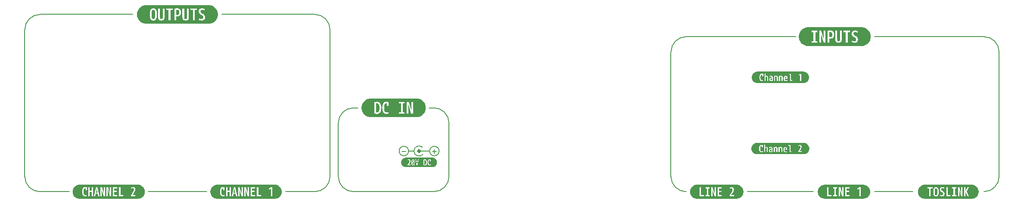
<source format=gbr>
%TF.GenerationSoftware,KiCad,Pcbnew,7.0.5-0*%
%TF.CreationDate,2024-02-04T17:42:31+01:00*%
%TF.ProjectId,Frontpanel,46726f6e-7470-4616-9e65-6c2e6b696361,rev?*%
%TF.SameCoordinates,Original*%
%TF.FileFunction,Legend,Top*%
%TF.FilePolarity,Positive*%
%FSLAX46Y46*%
G04 Gerber Fmt 4.6, Leading zero omitted, Abs format (unit mm)*
G04 Created by KiCad (PCBNEW 7.0.5-0) date 2024-02-04 17:42:31*
%MOMM*%
%LPD*%
G01*
G04 APERTURE LIST*
%ADD10C,0.150000*%
%ADD11C,0.500000*%
%ADD12C,2.325000*%
%ADD13C,10.200000*%
%ADD14C,4.500000*%
%ADD15C,4.100000*%
%ADD16C,24.600000*%
%ADD17C,5.600000*%
G04 APERTURE END LIST*
D10*
X189500000Y-109000000D02*
X202500000Y-109000000D01*
X130878700Y-95500000D02*
G75*
G03*
X127878680Y-92500000I-3000000J0D01*
G01*
X112121320Y-92500000D02*
X113000000Y-92500000D01*
X199000000Y-78500000D02*
X177500000Y-78500000D01*
X47500000Y-106000000D02*
G75*
G03*
X50500000Y-109000000I3000000J0D01*
G01*
X104500000Y-74121320D02*
X86250000Y-74121320D01*
X104625000Y-109000000D02*
X98750000Y-109000000D01*
X127878680Y-92500000D02*
X127000000Y-92500000D01*
X236000000Y-109000000D02*
G75*
G03*
X239000000Y-106000000I0J3000000D01*
G01*
X107500000Y-77121320D02*
X107499999Y-106000000D01*
X109121300Y-106000000D02*
G75*
G03*
X112121320Y-109000000I3000000J0D01*
G01*
X127878680Y-109000000D02*
X112121320Y-109000000D01*
X239000000Y-81500000D02*
G75*
G03*
X236000000Y-78500000I-3000000J0D01*
G01*
X56250000Y-109000000D02*
X50500000Y-109000000D01*
X130878680Y-95500000D02*
X130878679Y-106000000D01*
X104500000Y-108999999D02*
G75*
G03*
X107499999Y-106000000I0J2999999D01*
G01*
X83250000Y-109000000D02*
X71750000Y-109000000D01*
X68750000Y-74121320D02*
X50500000Y-74121320D01*
X177500000Y-78500000D02*
G75*
G03*
X174500000Y-81500000I0J-3000000D01*
G01*
X109121320Y-95500000D02*
X109121320Y-106000000D01*
X214500000Y-109000000D02*
X222000000Y-109000000D01*
X50500000Y-74121300D02*
G75*
G03*
X47500000Y-77121320I0J-3000000D01*
G01*
X112121320Y-92500020D02*
G75*
G03*
X109121320Y-95500000I-20J-2999980D01*
G01*
X47500000Y-77121320D02*
X47500000Y-106000000D01*
X239000000Y-81500000D02*
X239000000Y-106000000D01*
X107499980Y-77121320D02*
G75*
G03*
X104500000Y-74121320I-2999980J20D01*
G01*
X174500000Y-106000000D02*
G75*
G03*
X177500000Y-109000000I3000000J0D01*
G01*
X127878680Y-108999979D02*
G75*
G03*
X130878679Y-106000000I20J2999979D01*
G01*
X174500000Y-106000000D02*
X174500000Y-81500000D01*
X236000000Y-78500000D02*
X214500000Y-78500000D01*
X121619048Y-101073866D02*
X122380953Y-101073866D01*
X127619048Y-101073866D02*
X128380953Y-101073866D01*
X128000000Y-101454819D02*
X128000000Y-100692914D01*
%TO.C,J2*%
X90666666Y-80204819D02*
X90666666Y-80919104D01*
X90666666Y-80919104D02*
X90619047Y-81061961D01*
X90619047Y-81061961D02*
X90523809Y-81157200D01*
X90523809Y-81157200D02*
X90380952Y-81204819D01*
X90380952Y-81204819D02*
X90285714Y-81204819D01*
X91095238Y-80300057D02*
X91142857Y-80252438D01*
X91142857Y-80252438D02*
X91238095Y-80204819D01*
X91238095Y-80204819D02*
X91476190Y-80204819D01*
X91476190Y-80204819D02*
X91571428Y-80252438D01*
X91571428Y-80252438D02*
X91619047Y-80300057D01*
X91619047Y-80300057D02*
X91666666Y-80395295D01*
X91666666Y-80395295D02*
X91666666Y-80490533D01*
X91666666Y-80490533D02*
X91619047Y-80633390D01*
X91619047Y-80633390D02*
X91047619Y-81204819D01*
X91047619Y-81204819D02*
X91666666Y-81204819D01*
%TO.C,J1*%
X63666666Y-80204819D02*
X63666666Y-80919104D01*
X63666666Y-80919104D02*
X63619047Y-81061961D01*
X63619047Y-81061961D02*
X63523809Y-81157200D01*
X63523809Y-81157200D02*
X63380952Y-81204819D01*
X63380952Y-81204819D02*
X63285714Y-81204819D01*
X64666666Y-81204819D02*
X64095238Y-81204819D01*
X64380952Y-81204819D02*
X64380952Y-80204819D01*
X64380952Y-80204819D02*
X64285714Y-80347676D01*
X64285714Y-80347676D02*
X64190476Y-80442914D01*
X64190476Y-80442914D02*
X64095238Y-80490533D01*
%TO.C,kibuzzard-65BE32BC*%
G36*
X212420799Y-107641324D02*
G01*
X212553328Y-107660983D01*
X212683292Y-107693537D01*
X212809440Y-107738673D01*
X212930556Y-107795957D01*
X213045473Y-107864836D01*
X213153087Y-107944647D01*
X213252359Y-108034622D01*
X213342334Y-108133895D01*
X213422145Y-108241508D01*
X213491024Y-108356426D01*
X213548308Y-108477541D01*
X213593444Y-108603689D01*
X213625998Y-108733653D01*
X213645657Y-108866182D01*
X213652231Y-109000000D01*
X213645657Y-109133818D01*
X213625998Y-109266347D01*
X213593444Y-109396311D01*
X213548308Y-109522459D01*
X213491024Y-109643574D01*
X213422145Y-109758492D01*
X213342334Y-109866105D01*
X213252359Y-109965378D01*
X213153087Y-110055353D01*
X213045473Y-110135164D01*
X212930556Y-110204043D01*
X212809440Y-110261327D01*
X212683292Y-110306463D01*
X212553328Y-110339017D01*
X212420799Y-110358676D01*
X212286981Y-110365250D01*
X211790887Y-110365250D01*
X211524187Y-110365250D01*
X209571562Y-110365250D01*
X207507019Y-110365250D01*
X207173644Y-110365250D01*
X206030644Y-110365250D01*
X205209112Y-110365250D01*
X204713019Y-110365250D01*
X204579201Y-110358676D01*
X204446672Y-110339017D01*
X204316708Y-110306463D01*
X204190560Y-110261327D01*
X204069444Y-110204043D01*
X203954526Y-110135164D01*
X203846913Y-110055353D01*
X203747641Y-109965378D01*
X203657666Y-109866105D01*
X203577855Y-109758492D01*
X203508976Y-109643574D01*
X203451692Y-109522459D01*
X203406556Y-109396311D01*
X203374002Y-109266347D01*
X203354343Y-109133818D01*
X203347769Y-109000000D01*
X203354343Y-108866182D01*
X203374002Y-108733653D01*
X203406556Y-108603689D01*
X203451692Y-108477541D01*
X203508976Y-108356426D01*
X203577855Y-108241508D01*
X203657666Y-108133895D01*
X203660431Y-108130844D01*
X205209112Y-108130844D01*
X205209112Y-109869156D01*
X206030644Y-109869156D01*
X206030644Y-109661987D01*
X205475812Y-109661987D01*
X205475812Y-108130844D01*
X206364019Y-108130844D01*
X206364019Y-108338012D01*
X206630719Y-108338012D01*
X206630719Y-109661987D01*
X206364019Y-109661987D01*
X206364019Y-109869156D01*
X207173644Y-109869156D01*
X207173644Y-109661987D01*
X206906944Y-109661987D01*
X206906944Y-108338012D01*
X207173644Y-108338012D01*
X207173644Y-108130844D01*
X207507019Y-108130844D01*
X207507019Y-109869156D01*
X207768956Y-109869156D01*
X207768956Y-108607094D01*
X207773719Y-108607094D01*
X208145194Y-109869156D01*
X208411894Y-109869156D01*
X208411894Y-108130844D01*
X208738125Y-108130844D01*
X208738125Y-109869156D01*
X209571562Y-109869156D01*
X209571562Y-109661987D01*
X209004825Y-109661987D01*
X209004825Y-109035719D01*
X209547750Y-109035719D01*
X209547750Y-108833313D01*
X209004825Y-108833313D01*
X209004825Y-108607094D01*
X211109850Y-108607094D01*
X211519425Y-108378494D01*
X211524187Y-108380875D01*
X211524187Y-109869156D01*
X211790887Y-109869156D01*
X211790887Y-108130844D01*
X211526569Y-108130844D01*
X211109850Y-108373731D01*
X211109850Y-108607094D01*
X209004825Y-108607094D01*
X209004825Y-108338012D01*
X209571562Y-108338012D01*
X209571562Y-108130844D01*
X208738125Y-108130844D01*
X208411894Y-108130844D01*
X208161862Y-108130844D01*
X208161862Y-109392906D01*
X208154719Y-109392906D01*
X207783244Y-108130844D01*
X207507019Y-108130844D01*
X207173644Y-108130844D01*
X206364019Y-108130844D01*
X205475812Y-108130844D01*
X205209112Y-108130844D01*
X203660431Y-108130844D01*
X203747641Y-108034622D01*
X203846913Y-107944647D01*
X203954526Y-107864836D01*
X204069444Y-107795957D01*
X204190560Y-107738673D01*
X204316708Y-107693537D01*
X204446672Y-107660983D01*
X204579201Y-107641324D01*
X204713019Y-107634750D01*
X205209112Y-107634750D01*
X211790887Y-107634750D01*
X212286981Y-107634750D01*
X212420799Y-107641324D01*
G37*
%TO.C,kibuzzard-65BE4740*%
G36*
X116927394Y-91634812D02*
G01*
X117079000Y-91782450D01*
X117144264Y-91946139D01*
X117183422Y-92174739D01*
X117196475Y-92468250D01*
X117183599Y-92792453D01*
X117144969Y-93041161D01*
X117080587Y-93214375D01*
X116929378Y-93366775D01*
X116707525Y-93417575D01*
X116564650Y-93389000D01*
X116564650Y-91614175D01*
X116707525Y-91585600D01*
X116927394Y-91634812D01*
G37*
G36*
X124633944Y-90656835D02*
G01*
X124813732Y-90683504D01*
X124990040Y-90727667D01*
X125161170Y-90788898D01*
X125325474Y-90866608D01*
X125481371Y-90960049D01*
X125627358Y-91068320D01*
X125762029Y-91190379D01*
X125884088Y-91325051D01*
X125992359Y-91471038D01*
X126085800Y-91626934D01*
X126163510Y-91791238D01*
X126224742Y-91962369D01*
X126268904Y-92138676D01*
X126295573Y-92318464D01*
X126304492Y-92500000D01*
X126295573Y-92681536D01*
X126268904Y-92861324D01*
X126224742Y-93037631D01*
X126163510Y-93208762D01*
X126085800Y-93373066D01*
X125992359Y-93528962D01*
X125884088Y-93674949D01*
X125762029Y-93809621D01*
X125627358Y-93931680D01*
X125481371Y-94039951D01*
X125325474Y-94133392D01*
X125161170Y-94211102D01*
X124990040Y-94272333D01*
X124813732Y-94316496D01*
X124633944Y-94343165D01*
X124452408Y-94352083D01*
X123790950Y-94352083D01*
X122584450Y-94352083D01*
X122139950Y-94352083D01*
X118577600Y-94352083D01*
X116707525Y-94352083D01*
X116209050Y-94352083D01*
X115547592Y-94352083D01*
X115366056Y-94343165D01*
X115186268Y-94316496D01*
X115009960Y-94272333D01*
X114838830Y-94211102D01*
X114674526Y-94133392D01*
X114518629Y-94039951D01*
X114372642Y-93931680D01*
X114237971Y-93809621D01*
X114115912Y-93674949D01*
X114080443Y-93627125D01*
X116209050Y-93627125D01*
X116447969Y-93674750D01*
X116707525Y-93690625D01*
X116971050Y-93663241D01*
X117177425Y-93581087D01*
X117334191Y-93431466D01*
X117448887Y-93201675D01*
X117500922Y-93000239D01*
X117532143Y-92755764D01*
X117542550Y-92468250D01*
X117774325Y-92468250D01*
X117786876Y-92754744D01*
X117824530Y-93003039D01*
X117887286Y-93213135D01*
X117975144Y-93385031D01*
X118088104Y-93518729D01*
X118226167Y-93614227D01*
X118389332Y-93671525D01*
X118577600Y-93690625D01*
X118789531Y-93670781D01*
X118980825Y-93611250D01*
X118980825Y-93319150D01*
X118799850Y-93392969D01*
X118631575Y-93417575D01*
X118476353Y-93391205D01*
X118349353Y-93312094D01*
X118250575Y-93180244D01*
X118180019Y-92995653D01*
X118137686Y-92758322D01*
X118123575Y-92468250D01*
X118136363Y-92199522D01*
X118174728Y-91979653D01*
X118238669Y-91808644D01*
X118328186Y-91686494D01*
X118443280Y-91613205D01*
X118583950Y-91588775D01*
X118656975Y-91601475D01*
X118656975Y-92096775D01*
X118996700Y-92096775D01*
X118996700Y-91379225D01*
X118849497Y-91341125D01*
X121060450Y-91341125D01*
X121060450Y-91617350D01*
X121416050Y-91617350D01*
X121416050Y-93382650D01*
X121060450Y-93382650D01*
X121060450Y-93658875D01*
X122139950Y-93658875D01*
X122139950Y-93382650D01*
X121784350Y-93382650D01*
X121784350Y-91617350D01*
X122139950Y-91617350D01*
X122139950Y-91341125D01*
X122584450Y-91341125D01*
X122584450Y-93658875D01*
X122933700Y-93658875D01*
X122933700Y-91976125D01*
X122940050Y-91976125D01*
X123435350Y-93658875D01*
X123790950Y-93658875D01*
X123790950Y-91341125D01*
X123457575Y-91341125D01*
X123457575Y-93023875D01*
X123448050Y-93023875D01*
X122952750Y-91341125D01*
X122584450Y-91341125D01*
X122139950Y-91341125D01*
X121060450Y-91341125D01*
X118849497Y-91341125D01*
X118794294Y-91326837D01*
X118568075Y-91309375D01*
X118382040Y-91327482D01*
X118220809Y-91381805D01*
X118084384Y-91472342D01*
X117972762Y-91599094D01*
X117885946Y-91762061D01*
X117823934Y-91961242D01*
X117786727Y-92196639D01*
X117774325Y-92468250D01*
X117542550Y-92468250D01*
X117530346Y-92171487D01*
X117493734Y-91922547D01*
X117432715Y-91721430D01*
X117347287Y-91568137D01*
X117189419Y-91424381D01*
X116976165Y-91338126D01*
X116707525Y-91309375D01*
X116457494Y-91325250D01*
X116209050Y-91372875D01*
X116209050Y-93627125D01*
X114080443Y-93627125D01*
X114007641Y-93528962D01*
X113914200Y-93373066D01*
X113836490Y-93208762D01*
X113775258Y-93037631D01*
X113731096Y-92861324D01*
X113704427Y-92681536D01*
X113695508Y-92500000D01*
X113704427Y-92318464D01*
X113731096Y-92138676D01*
X113775258Y-91962369D01*
X113836490Y-91791238D01*
X113914200Y-91626934D01*
X114007641Y-91471038D01*
X114115912Y-91325051D01*
X114237971Y-91190379D01*
X114372642Y-91068320D01*
X114518629Y-90960049D01*
X114674526Y-90866608D01*
X114838830Y-90788898D01*
X115009960Y-90727667D01*
X115186268Y-90683504D01*
X115366056Y-90656835D01*
X115547592Y-90647917D01*
X116209050Y-90647917D01*
X123790950Y-90647917D01*
X124452408Y-90647917D01*
X124633944Y-90656835D01*
G37*
%TO.C,kibuzzard-65BE42C9*%
G36*
X197103947Y-100411418D02*
G01*
X197134427Y-100499762D01*
X197145857Y-100633350D01*
X196806767Y-100633350D01*
X196822960Y-100496190D01*
X196856297Y-100408560D01*
X196909161Y-100361411D01*
X196983932Y-100345695D01*
X197103947Y-100411418D01*
G37*
G36*
X194263592Y-101050545D02*
G01*
X194137862Y-101075310D01*
X193998797Y-101030542D01*
X193949267Y-100903860D01*
X193964746Y-100817659D01*
X194011180Y-100757175D01*
X194091904Y-100721456D01*
X194210252Y-100709550D01*
X194263592Y-100709550D01*
X194263592Y-101050545D01*
G37*
G36*
X200683443Y-99384622D02*
G01*
X200792240Y-99400760D01*
X200898931Y-99427485D01*
X201002490Y-99464539D01*
X201101917Y-99511565D01*
X201196257Y-99568110D01*
X201284600Y-99633629D01*
X201366095Y-99707492D01*
X201439958Y-99788988D01*
X201505478Y-99877331D01*
X201562023Y-99971670D01*
X201609049Y-100071098D01*
X201646102Y-100174656D01*
X201672827Y-100281348D01*
X201688966Y-100390145D01*
X201694362Y-100500000D01*
X201688966Y-100609855D01*
X201672827Y-100718652D01*
X201646102Y-100825344D01*
X201609049Y-100928902D01*
X201562023Y-101028330D01*
X201505478Y-101122669D01*
X201439958Y-101211012D01*
X201366095Y-101292508D01*
X201284600Y-101366371D01*
X201196257Y-101431890D01*
X201101917Y-101488435D01*
X201002490Y-101535461D01*
X200898931Y-101572515D01*
X200792240Y-101599240D01*
X200683443Y-101615378D01*
X200573587Y-101620775D01*
X200176712Y-101620775D01*
X198281237Y-101620775D01*
X197027747Y-101620775D01*
X196385762Y-101620775D01*
X195433262Y-101620775D01*
X194137862Y-101620775D01*
X193537787Y-101620775D01*
X192305252Y-101620775D01*
X191823287Y-101620775D01*
X191426412Y-101620775D01*
X191316557Y-101615378D01*
X191207760Y-101599240D01*
X191101069Y-101572515D01*
X190997510Y-101535461D01*
X190898083Y-101488435D01*
X190803743Y-101431890D01*
X190715400Y-101366371D01*
X190633905Y-101292508D01*
X190560042Y-101211012D01*
X190494522Y-101122669D01*
X190437977Y-101028330D01*
X190390951Y-100928902D01*
X190353898Y-100825344D01*
X190327173Y-100718652D01*
X190311034Y-100609855D01*
X190305638Y-100500000D01*
X190306106Y-100490475D01*
X191823287Y-100490475D01*
X191830818Y-100662371D01*
X191853410Y-100811348D01*
X191891064Y-100937406D01*
X191943779Y-101040544D01*
X192011555Y-101120762D01*
X192094393Y-101178061D01*
X192192292Y-101212440D01*
X192305252Y-101223900D01*
X192432411Y-101211994D01*
X192547187Y-101176275D01*
X192547187Y-101001015D01*
X192438602Y-101045306D01*
X192337637Y-101060070D01*
X192244504Y-101044248D01*
X192168304Y-100996782D01*
X192109037Y-100917671D01*
X192066704Y-100806917D01*
X192041304Y-100664518D01*
X192032837Y-100490475D01*
X192040510Y-100329238D01*
X192063529Y-100197317D01*
X192101894Y-100094711D01*
X192155604Y-100021422D01*
X192224660Y-99977448D01*
X192309062Y-99962790D01*
X192352877Y-99970410D01*
X192352877Y-100267590D01*
X192556712Y-100267590D01*
X192556712Y-99837060D01*
X192435269Y-99805627D01*
X192299537Y-99795150D01*
X192187916Y-99806014D01*
X192091178Y-99838608D01*
X192009323Y-99892930D01*
X191942350Y-99968981D01*
X191890260Y-100066761D01*
X191853053Y-100186270D01*
X191830729Y-100327508D01*
X191823287Y-100490475D01*
X190306106Y-100490475D01*
X190311034Y-100390145D01*
X190327173Y-100281348D01*
X190353898Y-100174656D01*
X190390951Y-100071098D01*
X190437977Y-99971670D01*
X190494522Y-99877331D01*
X190560042Y-99788988D01*
X190571723Y-99776100D01*
X192813887Y-99776100D01*
X192813887Y-101204850D01*
X193023437Y-101204850D01*
X193023437Y-100427610D01*
X193101066Y-100370460D01*
X193189172Y-100351410D01*
X193305377Y-100399035D01*
X193328237Y-100471901D01*
X193335857Y-100595250D01*
X193333952Y-101204850D01*
X193537787Y-101204850D01*
X193537787Y-100903860D01*
X193747337Y-100903860D01*
X193772817Y-101039115D01*
X193849255Y-101140080D01*
X193926619Y-101186647D01*
X194022822Y-101214587D01*
X194137862Y-101223900D01*
X194253644Y-101217127D01*
X194320784Y-101204850D01*
X194709362Y-101204850D01*
X194918912Y-101204850D01*
X194918912Y-100393320D01*
X195048452Y-100351410D01*
X195189422Y-100389510D01*
X195227522Y-100528575D01*
X195227522Y-101204850D01*
X195433262Y-101204850D01*
X195661862Y-101204850D01*
X195871412Y-101204850D01*
X195871412Y-100393320D01*
X196000952Y-100351410D01*
X196141922Y-100389510D01*
X196180022Y-100528575D01*
X196180022Y-101204850D01*
X196385762Y-101204850D01*
X196385762Y-100709550D01*
X196589597Y-100709550D01*
X196601768Y-100866712D01*
X196638281Y-100995300D01*
X196699135Y-101095312D01*
X196784331Y-101166750D01*
X196893868Y-101209613D01*
X197027747Y-101223900D01*
X197160621Y-101211994D01*
X197300162Y-101176275D01*
X197300162Y-101018160D01*
X197169670Y-101056736D01*
X197052512Y-101069595D01*
X196950357Y-101053164D01*
X196876300Y-101003873D01*
X196828913Y-100915528D01*
X196806767Y-100781940D01*
X197347787Y-100781940D01*
X197351597Y-100705740D01*
X197341649Y-100543074D01*
X197311804Y-100413217D01*
X197262062Y-100316168D01*
X197192001Y-100248963D01*
X197101196Y-100208641D01*
X196989647Y-100195200D01*
X196867410Y-100209487D01*
X196767397Y-100252350D01*
X196689610Y-100323787D01*
X196634047Y-100423800D01*
X196600710Y-100552388D01*
X196589597Y-100709550D01*
X196385762Y-100709550D01*
X196385762Y-100538100D01*
X196365998Y-100369031D01*
X196306705Y-100265685D01*
X196236961Y-100226527D01*
X196133138Y-100203032D01*
X195995237Y-100195200D01*
X195872682Y-100204090D01*
X195761557Y-100230760D01*
X195661862Y-100275210D01*
X195661862Y-101204850D01*
X195433262Y-101204850D01*
X195433262Y-100538100D01*
X195413498Y-100369031D01*
X195354205Y-100265685D01*
X195284461Y-100226527D01*
X195180638Y-100203032D01*
X195042737Y-100195200D01*
X194920182Y-100204090D01*
X194809057Y-100230760D01*
X194709362Y-100275210D01*
X194709362Y-101204850D01*
X194320784Y-101204850D01*
X194364769Y-101196807D01*
X194471237Y-101162940D01*
X194471237Y-100572390D01*
X194463088Y-100439040D01*
X194438641Y-100338710D01*
X194397895Y-100271400D01*
X194290501Y-100214250D01*
X194115002Y-100195200D01*
X194012556Y-100201973D01*
X193905876Y-100222293D01*
X193794962Y-100256160D01*
X193794962Y-100419990D01*
X193905452Y-100381890D01*
X194008322Y-100359030D01*
X194103572Y-100351410D01*
X194234065Y-100386653D01*
X194263592Y-100534290D01*
X194263592Y-100566675D01*
X194210252Y-100566675D01*
X194068330Y-100576306D01*
X193952442Y-100605198D01*
X193862590Y-100653353D01*
X193776151Y-100759318D01*
X193747337Y-100903860D01*
X193537787Y-100903860D01*
X193537787Y-100541910D01*
X193520166Y-100383081D01*
X193467302Y-100276162D01*
X193375862Y-100215441D01*
X193242512Y-100195200D01*
X193130594Y-100209488D01*
X193023437Y-100252350D01*
X193023437Y-99814200D01*
X197557337Y-99814200D01*
X197557337Y-99968505D01*
X197812607Y-99968505D01*
X197812607Y-101204850D01*
X198281237Y-101204850D01*
X199490912Y-101204850D01*
X200176712Y-101204850D01*
X200176712Y-101039115D01*
X199711892Y-101039115D01*
X199711892Y-101035305D01*
X199823633Y-100902193D01*
X199918823Y-100777178D01*
X199997464Y-100660258D01*
X200059555Y-100551435D01*
X200119351Y-100415545D01*
X200155228Y-100287275D01*
X200167187Y-100166625D01*
X200145518Y-100005891D01*
X200080510Y-99889448D01*
X199974544Y-99818724D01*
X199830002Y-99795150D01*
X199709352Y-99806157D01*
X199596322Y-99839177D01*
X199490912Y-99894210D01*
X199490912Y-100073280D01*
X199598227Y-100010838D01*
X199696652Y-99973373D01*
X199786187Y-99960885D01*
X199910965Y-100012320D01*
X199941683Y-100078995D01*
X199951922Y-100176150D01*
X199942514Y-100280536D01*
X199914289Y-100391221D01*
X199867247Y-100508203D01*
X199801389Y-100631484D01*
X199716713Y-100761063D01*
X199613221Y-100896940D01*
X199490912Y-101039115D01*
X199490912Y-101204850D01*
X198281237Y-101204850D01*
X198281237Y-101050545D01*
X198025967Y-101050545D01*
X198025967Y-99814200D01*
X197557337Y-99814200D01*
X193023437Y-99814200D01*
X193023437Y-99776100D01*
X192813887Y-99776100D01*
X190571723Y-99776100D01*
X190633905Y-99707492D01*
X190715400Y-99633629D01*
X190803743Y-99568110D01*
X190898083Y-99511565D01*
X190997510Y-99464539D01*
X191101069Y-99427485D01*
X191207760Y-99400760D01*
X191316557Y-99384622D01*
X191426412Y-99379225D01*
X191823287Y-99379225D01*
X200176712Y-99379225D01*
X200573587Y-99379225D01*
X200683443Y-99384622D01*
G37*
%TO.C,kibuzzard-65BE32E3*%
G36*
X226721739Y-108350812D02*
G01*
X226805678Y-108460647D01*
X226841397Y-108585663D01*
X226862828Y-108765447D01*
X226869972Y-109000000D01*
X226862828Y-109234553D01*
X226841397Y-109414337D01*
X226805678Y-109539353D01*
X226721739Y-109649188D01*
X226598509Y-109685800D01*
X226475280Y-109649188D01*
X226391341Y-109539353D01*
X226355622Y-109414337D01*
X226334191Y-109234553D01*
X226327047Y-109000000D01*
X226334191Y-108765447D01*
X226355622Y-108585663D01*
X226391341Y-108460647D01*
X226475280Y-108350812D01*
X226598509Y-108314200D01*
X226721739Y-108350812D01*
G37*
G36*
X233576366Y-107610938D02*
G01*
X233712518Y-107617626D01*
X233847358Y-107637628D01*
X233979589Y-107670750D01*
X234107937Y-107716674D01*
X234231165Y-107774956D01*
X234348087Y-107845037D01*
X234457578Y-107926240D01*
X234558581Y-108017784D01*
X234650125Y-108118788D01*
X234731329Y-108228278D01*
X234801409Y-108345200D01*
X234859692Y-108468429D01*
X234905616Y-108596776D01*
X234938738Y-108729007D01*
X234958739Y-108863848D01*
X234965428Y-109000000D01*
X234958739Y-109136152D01*
X234938738Y-109270993D01*
X234905616Y-109403224D01*
X234859692Y-109531571D01*
X234801409Y-109654800D01*
X234731329Y-109771722D01*
X234650125Y-109881212D01*
X234558581Y-109982216D01*
X234457578Y-110073760D01*
X234348087Y-110154963D01*
X234231165Y-110225044D01*
X234107937Y-110283326D01*
X233979589Y-110329250D01*
X233847358Y-110362372D01*
X233712518Y-110382374D01*
X233576366Y-110389063D01*
X233576366Y-110389062D01*
X233080272Y-110389062D01*
X232370659Y-110389062D01*
X230908572Y-110389062D01*
X230575197Y-110389062D01*
X229432197Y-110389062D01*
X227753416Y-110389062D01*
X226598509Y-110389062D01*
X225541234Y-110389062D01*
X224919728Y-110389062D01*
X224423634Y-110389062D01*
X224423634Y-110389063D01*
X224287482Y-110382374D01*
X224152642Y-110362372D01*
X224020411Y-110329250D01*
X223892063Y-110283326D01*
X223768835Y-110225044D01*
X223651913Y-110154963D01*
X223542422Y-110073760D01*
X223441419Y-109982216D01*
X223349875Y-109881212D01*
X223268671Y-109771722D01*
X223198591Y-109654800D01*
X223140308Y-109531571D01*
X223094384Y-109403224D01*
X223061262Y-109270993D01*
X223041261Y-109136152D01*
X223034572Y-109000000D01*
X223041261Y-108863848D01*
X223061262Y-108729007D01*
X223094384Y-108596776D01*
X223140308Y-108468429D01*
X223198591Y-108345200D01*
X223268671Y-108228278D01*
X223340934Y-108130844D01*
X224919728Y-108130844D01*
X224919728Y-108338012D01*
X225274534Y-108338012D01*
X225274534Y-109869156D01*
X225541234Y-109869156D01*
X225541234Y-109000000D01*
X226074634Y-109000000D01*
X226081117Y-109208492D01*
X226100564Y-109386292D01*
X226132975Y-109533400D01*
X226204710Y-109701873D01*
X226303234Y-109812006D01*
X226433012Y-109872728D01*
X226598509Y-109892969D01*
X226764006Y-109872728D01*
X226893784Y-109812006D01*
X226992309Y-109701873D01*
X227064044Y-109533400D01*
X227096455Y-109386292D01*
X227115902Y-109208492D01*
X227122384Y-109000000D01*
X227115902Y-108791508D01*
X227096455Y-108613708D01*
X227084505Y-108559469D01*
X227336697Y-108559469D01*
X227361402Y-108728537D01*
X227435519Y-108869031D01*
X227517407Y-108951581D01*
X227631310Y-109030956D01*
X227777228Y-109107156D01*
X227879324Y-109168473D01*
X227947487Y-109238125D01*
X227985885Y-109322659D01*
X227998684Y-109428625D01*
X227982016Y-109539651D01*
X227932009Y-109620316D01*
X227852237Y-109669429D01*
X227746272Y-109685800D01*
X227606836Y-109668602D01*
X227474280Y-109617008D01*
X227348603Y-109531019D01*
X227348603Y-109778669D01*
X227470841Y-109842169D01*
X227605778Y-109880269D01*
X227753416Y-109892969D01*
X227937724Y-109873919D01*
X228081076Y-109816769D01*
X228183469Y-109721519D01*
X228244906Y-109588169D01*
X228265384Y-109416719D01*
X228239786Y-109232767D01*
X228162991Y-109085725D01*
X228075943Y-109000794D01*
X227951324Y-108917450D01*
X227789134Y-108835694D01*
X227683301Y-108764521D01*
X227619801Y-108668477D01*
X227598634Y-108547562D01*
X227615303Y-108449931D01*
X227665309Y-108376112D01*
X227744486Y-108329678D01*
X227848666Y-108314200D01*
X228033808Y-108339798D01*
X228217759Y-108416594D01*
X228217759Y-108178469D01*
X228089701Y-108138781D01*
X228045253Y-108130844D01*
X228610666Y-108130844D01*
X228610666Y-109869156D01*
X229432197Y-109869156D01*
X229432197Y-109661987D01*
X228877366Y-109661987D01*
X228877366Y-108130844D01*
X229765572Y-108130844D01*
X229765572Y-108338012D01*
X230032272Y-108338012D01*
X230032272Y-109661987D01*
X229765572Y-109661987D01*
X229765572Y-109869156D01*
X230575197Y-109869156D01*
X230575197Y-109661987D01*
X230308497Y-109661987D01*
X230308497Y-108338012D01*
X230575197Y-108338012D01*
X230575197Y-108130844D01*
X230908572Y-108130844D01*
X230908572Y-109869156D01*
X231170509Y-109869156D01*
X231170509Y-108607094D01*
X231175272Y-108607094D01*
X231546747Y-109869156D01*
X231813447Y-109869156D01*
X231813447Y-108130844D01*
X232103959Y-108130844D01*
X232103959Y-109869156D01*
X232370659Y-109869156D01*
X232370659Y-109035719D01*
X232375422Y-109035719D01*
X232792141Y-109869156D01*
X233080272Y-109869156D01*
X232613547Y-108959519D01*
X233068366Y-108130844D01*
X232782616Y-108130844D01*
X232375422Y-108892844D01*
X232370659Y-108892844D01*
X232370659Y-108130844D01*
X232103959Y-108130844D01*
X231813447Y-108130844D01*
X231563416Y-108130844D01*
X231563416Y-109392906D01*
X231556272Y-109392906D01*
X231184797Y-108130844D01*
X230908572Y-108130844D01*
X230575197Y-108130844D01*
X229765572Y-108130844D01*
X228877366Y-108130844D01*
X228610666Y-108130844D01*
X228045253Y-108130844D01*
X227956351Y-108114969D01*
X227817709Y-108107031D01*
X227675496Y-108120260D01*
X227556830Y-108159948D01*
X227461712Y-108226094D01*
X227367951Y-108368969D01*
X227336697Y-108559469D01*
X227084505Y-108559469D01*
X227064044Y-108466600D01*
X226992309Y-108298127D01*
X226893784Y-108187994D01*
X226764006Y-108127272D01*
X226598509Y-108107031D01*
X226433012Y-108127272D01*
X226303234Y-108187994D01*
X226204710Y-108298127D01*
X226132975Y-108466600D01*
X226100564Y-108613708D01*
X226081117Y-108791508D01*
X226074634Y-109000000D01*
X225541234Y-109000000D01*
X225541234Y-108338012D01*
X225896041Y-108338012D01*
X225896041Y-108130844D01*
X224919728Y-108130844D01*
X223340934Y-108130844D01*
X223349875Y-108118788D01*
X223441419Y-108017784D01*
X223542422Y-107926240D01*
X223651913Y-107845037D01*
X223768835Y-107774956D01*
X223892063Y-107716674D01*
X224020411Y-107670750D01*
X224152642Y-107637628D01*
X224287482Y-107617626D01*
X224423634Y-107610938D01*
X224423634Y-107610937D01*
X224919728Y-107610937D01*
X233080272Y-107610937D01*
X233576366Y-107610937D01*
X233576366Y-107610938D01*
G37*
%TO.C,kibuzzard-65BFA4D0*%
G36*
X61805678Y-109209550D02*
G01*
X61479447Y-109209550D01*
X61641372Y-108392781D01*
X61643753Y-108392781D01*
X61805678Y-109209550D01*
G37*
G36*
X69716984Y-107610938D02*
G01*
X69853136Y-107617626D01*
X69987977Y-107637628D01*
X70120208Y-107670750D01*
X70248556Y-107716674D01*
X70371784Y-107774956D01*
X70488706Y-107845037D01*
X70598196Y-107926240D01*
X70699200Y-108017784D01*
X70790744Y-108118788D01*
X70871948Y-108228278D01*
X70942028Y-108345200D01*
X71000311Y-108468429D01*
X71046234Y-108596776D01*
X71079356Y-108729007D01*
X71099358Y-108863848D01*
X71106047Y-109000000D01*
X71099358Y-109136152D01*
X71079356Y-109270993D01*
X71046234Y-109403224D01*
X71000311Y-109531571D01*
X70942028Y-109654800D01*
X70871948Y-109771722D01*
X70790744Y-109881212D01*
X70699200Y-109982216D01*
X70598196Y-110073760D01*
X70488706Y-110154963D01*
X70371784Y-110225044D01*
X70248556Y-110283326D01*
X70120208Y-110329250D01*
X69987977Y-110362372D01*
X69853136Y-110382374D01*
X69716984Y-110389063D01*
X69716984Y-110389062D01*
X69220891Y-110389062D01*
X66863453Y-110389062D01*
X65641872Y-110389062D01*
X63577328Y-110389062D01*
X62386703Y-110389062D01*
X61081778Y-110389062D01*
X60934141Y-110389062D01*
X59381566Y-110389062D01*
X58779109Y-110389062D01*
X58283016Y-110389062D01*
X58283016Y-110389063D01*
X58146864Y-110382374D01*
X58012023Y-110362372D01*
X57879792Y-110329250D01*
X57751444Y-110283326D01*
X57628216Y-110225044D01*
X57511294Y-110154963D01*
X57401804Y-110073760D01*
X57300800Y-109982216D01*
X57209256Y-109881212D01*
X57128052Y-109771722D01*
X57057972Y-109654800D01*
X56999689Y-109531571D01*
X56953766Y-109403224D01*
X56920644Y-109270993D01*
X56900642Y-109136152D01*
X56893953Y-109000000D01*
X56895123Y-108976187D01*
X58779109Y-108976187D01*
X58788523Y-109191058D01*
X58816763Y-109377279D01*
X58863830Y-109534851D01*
X58929723Y-109663773D01*
X59014444Y-109764046D01*
X59117991Y-109835670D01*
X59240365Y-109878644D01*
X59381566Y-109892969D01*
X59540514Y-109878086D01*
X59683984Y-109833438D01*
X59683984Y-109614362D01*
X59548253Y-109669727D01*
X59422047Y-109688181D01*
X59305630Y-109668404D01*
X59210380Y-109609071D01*
X59136297Y-109510183D01*
X59083380Y-109371740D01*
X59051630Y-109193741D01*
X59041047Y-108976187D01*
X59050638Y-108774641D01*
X59079411Y-108609740D01*
X59127367Y-108481483D01*
X59194505Y-108389871D01*
X59280826Y-108334904D01*
X59386328Y-108316581D01*
X59441097Y-108326106D01*
X59441097Y-108697581D01*
X59695891Y-108697581D01*
X59695891Y-108159419D01*
X59585488Y-108130844D01*
X59981641Y-108130844D01*
X59981641Y-109869156D01*
X60241197Y-109869156D01*
X60241197Y-109035719D01*
X60665059Y-109035719D01*
X60665059Y-109869156D01*
X60934141Y-109869156D01*
X61081778Y-109869156D01*
X61348478Y-109869156D01*
X61438966Y-109411956D01*
X61846159Y-109411956D01*
X61936647Y-109869156D01*
X62212872Y-109869156D01*
X61800916Y-108130844D01*
X62386703Y-108130844D01*
X62386703Y-109869156D01*
X62648641Y-109869156D01*
X62648641Y-108607094D01*
X62653403Y-108607094D01*
X63024878Y-109869156D01*
X63291578Y-109869156D01*
X63291578Y-108130844D01*
X63577328Y-108130844D01*
X63577328Y-109869156D01*
X63839266Y-109869156D01*
X63839266Y-108607094D01*
X63844028Y-108607094D01*
X64215503Y-109869156D01*
X64482203Y-109869156D01*
X64482203Y-108130844D01*
X64808434Y-108130844D01*
X64808434Y-109869156D01*
X65641872Y-109869156D01*
X65641872Y-109661987D01*
X65075134Y-109661987D01*
X65075134Y-109035719D01*
X65618059Y-109035719D01*
X65618059Y-108833313D01*
X65075134Y-108833313D01*
X65075134Y-108338012D01*
X65641872Y-108338012D01*
X65641872Y-108130844D01*
X66041922Y-108130844D01*
X66041922Y-109869156D01*
X66863453Y-109869156D01*
X68363641Y-109869156D01*
X69220891Y-109869156D01*
X69220891Y-109661987D01*
X68639866Y-109661987D01*
X68639866Y-109657225D01*
X68779541Y-109490835D01*
X68898529Y-109334566D01*
X68996830Y-109188416D01*
X69074444Y-109052388D01*
X69149189Y-108882525D01*
X69194035Y-108722188D01*
X69208984Y-108571375D01*
X69181898Y-108370457D01*
X69100637Y-108224903D01*
X68968180Y-108136499D01*
X68787503Y-108107031D01*
X68636691Y-108120790D01*
X68495403Y-108162065D01*
X68363641Y-108230856D01*
X68363641Y-108454694D01*
X68497784Y-108376642D01*
X68620816Y-108329810D01*
X68732734Y-108314200D01*
X68888706Y-108378494D01*
X68927104Y-108461838D01*
X68939903Y-108583281D01*
X68928143Y-108713764D01*
X68892861Y-108852120D01*
X68834059Y-108998348D01*
X68751736Y-109152449D01*
X68645892Y-109314422D01*
X68516527Y-109484268D01*
X68363641Y-109661987D01*
X68363641Y-109869156D01*
X66863453Y-109869156D01*
X66863453Y-109661987D01*
X66308622Y-109661987D01*
X66308622Y-108130844D01*
X66041922Y-108130844D01*
X65641872Y-108130844D01*
X64808434Y-108130844D01*
X64482203Y-108130844D01*
X64232172Y-108130844D01*
X64232172Y-109392906D01*
X64225028Y-109392906D01*
X63853553Y-108130844D01*
X63577328Y-108130844D01*
X63291578Y-108130844D01*
X63041547Y-108130844D01*
X63041547Y-109392906D01*
X63034403Y-109392906D01*
X62662928Y-108130844D01*
X62386703Y-108130844D01*
X61800916Y-108130844D01*
X61491353Y-108130844D01*
X61081778Y-109869156D01*
X60934141Y-109869156D01*
X60934141Y-108130844D01*
X60665059Y-108130844D01*
X60665059Y-108833313D01*
X60241197Y-108833313D01*
X60241197Y-108130844D01*
X59981641Y-108130844D01*
X59585488Y-108130844D01*
X59544086Y-108120128D01*
X59374422Y-108107031D01*
X59234896Y-108120612D01*
X59113973Y-108161354D01*
X59011653Y-108229256D01*
X58927937Y-108324320D01*
X58862825Y-108446545D01*
X58816316Y-108595932D01*
X58788411Y-108772479D01*
X58779109Y-108976187D01*
X56895123Y-108976187D01*
X56900642Y-108863848D01*
X56920644Y-108729007D01*
X56953766Y-108596776D01*
X56999689Y-108468429D01*
X57057972Y-108345200D01*
X57128052Y-108228278D01*
X57209256Y-108118788D01*
X57300800Y-108017784D01*
X57401804Y-107926240D01*
X57511294Y-107845037D01*
X57628216Y-107774956D01*
X57751444Y-107716674D01*
X57879792Y-107670750D01*
X58012023Y-107637628D01*
X58146864Y-107617626D01*
X58283016Y-107610938D01*
X58283016Y-107610937D01*
X58779109Y-107610937D01*
X69220891Y-107610937D01*
X69716984Y-107610937D01*
X69716984Y-107610938D01*
G37*
%TO.C,kibuzzard-65BE32D8*%
G36*
X187506501Y-107629475D02*
G01*
X187640185Y-107649305D01*
X187771283Y-107682144D01*
X187898531Y-107727674D01*
X188020703Y-107785457D01*
X188136623Y-107854936D01*
X188245174Y-107935444D01*
X188345312Y-108026203D01*
X188436072Y-108126341D01*
X188516579Y-108234893D01*
X188586059Y-108350813D01*
X188643842Y-108472985D01*
X188689372Y-108600233D01*
X188722210Y-108731330D01*
X188742040Y-108865015D01*
X188748672Y-109000000D01*
X188742040Y-109134985D01*
X188722210Y-109268670D01*
X188689372Y-109399767D01*
X188643842Y-109527015D01*
X188586059Y-109649187D01*
X188516579Y-109765107D01*
X188436072Y-109873659D01*
X188345312Y-109973797D01*
X188245174Y-110064556D01*
X188136623Y-110145064D01*
X188020703Y-110214543D01*
X187898531Y-110272326D01*
X187771283Y-110317856D01*
X187640185Y-110350695D01*
X187506501Y-110370525D01*
X187371516Y-110377156D01*
X186875422Y-110377156D01*
X184487028Y-110377156D01*
X182422484Y-110377156D01*
X182089109Y-110377156D01*
X180946109Y-110377156D01*
X180124578Y-110377156D01*
X179628484Y-110377156D01*
X179493499Y-110370525D01*
X179359815Y-110350695D01*
X179228717Y-110317856D01*
X179101469Y-110272326D01*
X178979297Y-110214543D01*
X178863377Y-110145064D01*
X178754826Y-110064556D01*
X178654688Y-109973797D01*
X178563928Y-109873659D01*
X178483421Y-109765107D01*
X178413941Y-109649187D01*
X178356158Y-109527015D01*
X178310628Y-109399767D01*
X178277790Y-109268670D01*
X178257960Y-109134985D01*
X178251328Y-109000000D01*
X178257960Y-108865015D01*
X178277790Y-108731330D01*
X178310628Y-108600233D01*
X178356158Y-108472985D01*
X178413941Y-108350813D01*
X178483421Y-108234893D01*
X178551758Y-108142750D01*
X180124578Y-108142750D01*
X180124578Y-109881063D01*
X180946109Y-109881063D01*
X180946109Y-109673894D01*
X180391278Y-109673894D01*
X180391278Y-108142750D01*
X181279484Y-108142750D01*
X181279484Y-108349919D01*
X181546184Y-108349919D01*
X181546184Y-109673894D01*
X181279484Y-109673894D01*
X181279484Y-109881063D01*
X182089109Y-109881063D01*
X182089109Y-109673894D01*
X181822409Y-109673894D01*
X181822409Y-108349919D01*
X182089109Y-108349919D01*
X182089109Y-108142750D01*
X182422484Y-108142750D01*
X182422484Y-109881063D01*
X182684422Y-109881063D01*
X182684422Y-108619000D01*
X182689184Y-108619000D01*
X183060659Y-109881063D01*
X183327359Y-109881063D01*
X183327359Y-108142750D01*
X183653591Y-108142750D01*
X183653591Y-109881063D01*
X184487028Y-109881063D01*
X186018172Y-109881063D01*
X186875422Y-109881063D01*
X186875422Y-109673894D01*
X186294397Y-109673894D01*
X186294397Y-109669131D01*
X186434072Y-109502741D01*
X186553060Y-109346472D01*
X186651361Y-109200323D01*
X186728975Y-109064294D01*
X186803720Y-108894431D01*
X186848567Y-108734094D01*
X186863516Y-108583281D01*
X186836429Y-108382363D01*
X186755169Y-108236809D01*
X186622712Y-108148405D01*
X186442034Y-108118937D01*
X186291222Y-108132696D01*
X186149934Y-108173971D01*
X186018172Y-108242763D01*
X186018172Y-108466600D01*
X186152316Y-108388548D01*
X186275347Y-108341717D01*
X186387266Y-108326106D01*
X186543238Y-108390400D01*
X186581635Y-108473744D01*
X186594434Y-108595188D01*
X186582674Y-108725670D01*
X186547393Y-108864026D01*
X186488590Y-109010254D01*
X186406267Y-109164355D01*
X186300423Y-109326328D01*
X186171058Y-109496175D01*
X186018172Y-109673894D01*
X186018172Y-109881063D01*
X184487028Y-109881063D01*
X184487028Y-109673894D01*
X183920291Y-109673894D01*
X183920291Y-109047625D01*
X184463216Y-109047625D01*
X184463216Y-108845219D01*
X183920291Y-108845219D01*
X183920291Y-108349919D01*
X184487028Y-108349919D01*
X184487028Y-108142750D01*
X183653591Y-108142750D01*
X183327359Y-108142750D01*
X183077328Y-108142750D01*
X183077328Y-109404812D01*
X183070184Y-109404812D01*
X182698709Y-108142750D01*
X182422484Y-108142750D01*
X182089109Y-108142750D01*
X181279484Y-108142750D01*
X180391278Y-108142750D01*
X180124578Y-108142750D01*
X178551758Y-108142750D01*
X178563928Y-108126341D01*
X178654688Y-108026203D01*
X178754826Y-107935444D01*
X178863377Y-107854936D01*
X178979297Y-107785457D01*
X179101469Y-107727674D01*
X179228717Y-107682144D01*
X179359815Y-107649305D01*
X179493499Y-107629475D01*
X179628484Y-107622844D01*
X180124578Y-107622844D01*
X186875422Y-107622844D01*
X187371516Y-107622844D01*
X187506501Y-107629475D01*
G37*
%TO.C,kibuzzard-65BE42D6*%
G36*
X197171575Y-86411418D02*
G01*
X197202055Y-86499762D01*
X197213485Y-86633350D01*
X196874395Y-86633350D01*
X196890587Y-86496190D01*
X196923925Y-86408560D01*
X196976789Y-86361411D01*
X197051560Y-86345695D01*
X197171575Y-86411418D01*
G37*
G36*
X194331220Y-87050545D02*
G01*
X194205490Y-87075310D01*
X194066425Y-87030542D01*
X194016895Y-86903860D01*
X194032373Y-86817659D01*
X194078807Y-86757175D01*
X194159532Y-86721456D01*
X194277880Y-86709550D01*
X194331220Y-86709550D01*
X194331220Y-87050545D01*
G37*
G36*
X200615815Y-85384622D02*
G01*
X200724612Y-85400760D01*
X200831304Y-85427485D01*
X200934862Y-85464539D01*
X201034290Y-85511565D01*
X201128629Y-85568110D01*
X201216972Y-85633629D01*
X201298468Y-85707492D01*
X201372331Y-85788988D01*
X201437850Y-85877331D01*
X201494395Y-85971670D01*
X201541421Y-86071098D01*
X201578475Y-86174656D01*
X201605200Y-86281348D01*
X201621338Y-86390145D01*
X201626735Y-86500000D01*
X201621338Y-86609855D01*
X201605200Y-86718652D01*
X201578475Y-86825344D01*
X201541421Y-86928902D01*
X201494395Y-87028330D01*
X201437850Y-87122669D01*
X201372331Y-87211012D01*
X201298468Y-87292508D01*
X201216972Y-87366371D01*
X201128629Y-87431890D01*
X201034290Y-87488435D01*
X200934862Y-87535461D01*
X200831304Y-87572515D01*
X200724612Y-87599240D01*
X200615815Y-87615378D01*
X200505960Y-87620775D01*
X200109085Y-87620775D01*
X199895725Y-87620775D01*
X198348865Y-87620775D01*
X197095375Y-87620775D01*
X196453390Y-87620775D01*
X195500890Y-87620775D01*
X194205490Y-87620775D01*
X193605415Y-87620775D01*
X192372880Y-87620775D01*
X191890915Y-87620775D01*
X191494040Y-87620775D01*
X191384185Y-87615378D01*
X191275388Y-87599240D01*
X191168696Y-87572515D01*
X191065138Y-87535461D01*
X190965710Y-87488435D01*
X190871371Y-87431890D01*
X190783028Y-87366371D01*
X190701532Y-87292508D01*
X190627669Y-87211012D01*
X190562150Y-87122669D01*
X190505605Y-87028330D01*
X190458579Y-86928902D01*
X190421525Y-86825344D01*
X190394800Y-86718652D01*
X190378662Y-86609855D01*
X190373265Y-86500000D01*
X190373733Y-86490475D01*
X191890915Y-86490475D01*
X191898446Y-86662371D01*
X191921038Y-86811348D01*
X191958691Y-86937406D01*
X192011406Y-87040544D01*
X192079183Y-87120762D01*
X192162020Y-87178061D01*
X192259919Y-87212440D01*
X192372880Y-87223900D01*
X192500039Y-87211994D01*
X192614815Y-87176275D01*
X192614815Y-87001015D01*
X192506230Y-87045306D01*
X192405265Y-87060070D01*
X192312132Y-87044248D01*
X192235932Y-86996782D01*
X192176665Y-86917671D01*
X192134332Y-86806917D01*
X192108932Y-86664518D01*
X192100465Y-86490475D01*
X192108138Y-86329238D01*
X192131157Y-86197317D01*
X192169521Y-86094711D01*
X192223232Y-86021422D01*
X192292288Y-85977448D01*
X192376690Y-85962790D01*
X192420505Y-85970410D01*
X192420505Y-86267590D01*
X192624340Y-86267590D01*
X192624340Y-85837060D01*
X192502896Y-85805627D01*
X192367165Y-85795150D01*
X192255544Y-85806014D01*
X192158806Y-85838608D01*
X192076950Y-85892930D01*
X192009977Y-85968981D01*
X191957888Y-86066761D01*
X191920681Y-86186270D01*
X191898356Y-86327508D01*
X191890915Y-86490475D01*
X190373733Y-86490475D01*
X190378662Y-86390145D01*
X190394800Y-86281348D01*
X190421525Y-86174656D01*
X190458579Y-86071098D01*
X190505605Y-85971670D01*
X190562150Y-85877331D01*
X190627669Y-85788988D01*
X190639350Y-85776100D01*
X192881515Y-85776100D01*
X192881515Y-87204850D01*
X193091065Y-87204850D01*
X193091065Y-86427610D01*
X193168694Y-86370460D01*
X193256800Y-86351410D01*
X193373005Y-86399035D01*
X193395865Y-86471901D01*
X193403485Y-86595250D01*
X193401580Y-87204850D01*
X193605415Y-87204850D01*
X193605415Y-86903860D01*
X193814965Y-86903860D01*
X193840444Y-87039115D01*
X193916882Y-87140080D01*
X193994247Y-87186647D01*
X194090449Y-87214587D01*
X194205490Y-87223900D01*
X194321272Y-87217127D01*
X194388412Y-87204850D01*
X194776990Y-87204850D01*
X194986540Y-87204850D01*
X194986540Y-86393320D01*
X195116080Y-86351410D01*
X195257050Y-86389510D01*
X195295150Y-86528575D01*
X195295150Y-87204850D01*
X195500890Y-87204850D01*
X195729490Y-87204850D01*
X195939040Y-87204850D01*
X195939040Y-86393320D01*
X196068580Y-86351410D01*
X196209550Y-86389510D01*
X196247650Y-86528575D01*
X196247650Y-87204850D01*
X196453390Y-87204850D01*
X196453390Y-86709550D01*
X196657225Y-86709550D01*
X196669396Y-86866712D01*
X196705908Y-86995300D01*
X196766762Y-87095312D01*
X196851958Y-87166750D01*
X196961496Y-87209613D01*
X197095375Y-87223900D01*
X197228249Y-87211994D01*
X197367790Y-87176275D01*
X197367790Y-87018160D01*
X197237297Y-87056736D01*
X197120140Y-87069595D01*
X197017984Y-87053164D01*
X196943927Y-87003873D01*
X196896541Y-86915528D01*
X196874395Y-86781940D01*
X197415415Y-86781940D01*
X197419225Y-86705740D01*
X197409277Y-86543074D01*
X197379432Y-86413217D01*
X197329690Y-86316168D01*
X197259628Y-86248963D01*
X197168823Y-86208641D01*
X197057275Y-86195200D01*
X196935037Y-86209487D01*
X196835025Y-86252350D01*
X196757237Y-86323787D01*
X196701675Y-86423800D01*
X196668337Y-86552388D01*
X196657225Y-86709550D01*
X196453390Y-86709550D01*
X196453390Y-86538100D01*
X196433626Y-86369031D01*
X196374332Y-86265685D01*
X196304588Y-86226527D01*
X196200766Y-86203032D01*
X196062865Y-86195200D01*
X195940310Y-86204090D01*
X195829185Y-86230760D01*
X195729490Y-86275210D01*
X195729490Y-87204850D01*
X195500890Y-87204850D01*
X195500890Y-86538100D01*
X195481126Y-86369031D01*
X195421832Y-86265685D01*
X195352088Y-86226527D01*
X195248266Y-86203032D01*
X195110365Y-86195200D01*
X194987810Y-86204090D01*
X194876685Y-86230760D01*
X194776990Y-86275210D01*
X194776990Y-87204850D01*
X194388412Y-87204850D01*
X194432397Y-87196807D01*
X194538865Y-87162940D01*
X194538865Y-86572390D01*
X194530716Y-86439040D01*
X194506268Y-86338710D01*
X194465522Y-86271400D01*
X194358128Y-86214250D01*
X194182630Y-86195200D01*
X194080183Y-86201973D01*
X193973503Y-86222293D01*
X193862590Y-86256160D01*
X193862590Y-86419990D01*
X193973080Y-86381890D01*
X194075950Y-86359030D01*
X194171200Y-86351410D01*
X194301692Y-86386653D01*
X194331220Y-86534290D01*
X194331220Y-86566675D01*
X194277880Y-86566675D01*
X194135957Y-86576306D01*
X194020070Y-86605198D01*
X193930217Y-86653353D01*
X193843778Y-86759318D01*
X193814965Y-86903860D01*
X193605415Y-86903860D01*
X193605415Y-86541910D01*
X193587794Y-86383081D01*
X193534930Y-86276162D01*
X193443490Y-86215441D01*
X193310140Y-86195200D01*
X193198221Y-86209488D01*
X193091065Y-86252350D01*
X193091065Y-85814200D01*
X197624965Y-85814200D01*
X197624965Y-85968505D01*
X197880235Y-85968505D01*
X197880235Y-87204850D01*
X198348865Y-87204850D01*
X198348865Y-87050545D01*
X198093595Y-87050545D01*
X198093595Y-86195200D01*
X199564255Y-86195200D01*
X199891915Y-86012320D01*
X199895725Y-86014225D01*
X199895725Y-87204850D01*
X200109085Y-87204850D01*
X200109085Y-85814200D01*
X199897630Y-85814200D01*
X199564255Y-86008510D01*
X199564255Y-86195200D01*
X198093595Y-86195200D01*
X198093595Y-85814200D01*
X197624965Y-85814200D01*
X193091065Y-85814200D01*
X193091065Y-85776100D01*
X192881515Y-85776100D01*
X190639350Y-85776100D01*
X190701532Y-85707492D01*
X190783028Y-85633629D01*
X190871371Y-85568110D01*
X190965710Y-85511565D01*
X191065138Y-85464539D01*
X191168696Y-85427485D01*
X191275388Y-85400760D01*
X191384185Y-85384622D01*
X191494040Y-85379225D01*
X191890915Y-85379225D01*
X200109085Y-85379225D01*
X200505960Y-85379225D01*
X200615815Y-85384622D01*
G37*
%TO.C,kibuzzard-65BFA4BA*%
G36*
X88890212Y-109209550D02*
G01*
X88563981Y-109209550D01*
X88725906Y-108392781D01*
X88728287Y-108392781D01*
X88890212Y-109209550D01*
G37*
G36*
X96632450Y-107610938D02*
G01*
X96768602Y-107617626D01*
X96903443Y-107637628D01*
X97035674Y-107670750D01*
X97164021Y-107716674D01*
X97287250Y-107774956D01*
X97404172Y-107845037D01*
X97513662Y-107926240D01*
X97614666Y-108017784D01*
X97706210Y-108118788D01*
X97787413Y-108228278D01*
X97857494Y-108345200D01*
X97915776Y-108468429D01*
X97961700Y-108596776D01*
X97994822Y-108729007D01*
X98014824Y-108863848D01*
X98021512Y-109000000D01*
X98014824Y-109136152D01*
X97994822Y-109270993D01*
X97961700Y-109403224D01*
X97915776Y-109531571D01*
X97857494Y-109654800D01*
X97787413Y-109771722D01*
X97706210Y-109881212D01*
X97614666Y-109982216D01*
X97513662Y-110073760D01*
X97404172Y-110154963D01*
X97287250Y-110225044D01*
X97164021Y-110283326D01*
X97035674Y-110329250D01*
X96903443Y-110362372D01*
X96768602Y-110382374D01*
X96632450Y-110389063D01*
X96632450Y-110389062D01*
X96136356Y-110389062D01*
X95869656Y-110389062D01*
X93947987Y-110389062D01*
X92726406Y-110389062D01*
X90661862Y-110389062D01*
X89471237Y-110389062D01*
X88166312Y-110389062D01*
X88018675Y-110389062D01*
X86466100Y-110389062D01*
X85863644Y-110389062D01*
X85367550Y-110389062D01*
X85367550Y-110389063D01*
X85231398Y-110382374D01*
X85096557Y-110362372D01*
X84964326Y-110329250D01*
X84835979Y-110283326D01*
X84712750Y-110225044D01*
X84595828Y-110154963D01*
X84486338Y-110073760D01*
X84385334Y-109982216D01*
X84293790Y-109881212D01*
X84212587Y-109771722D01*
X84142506Y-109654800D01*
X84084224Y-109531571D01*
X84038300Y-109403224D01*
X84005178Y-109270993D01*
X83985176Y-109136152D01*
X83978488Y-109000000D01*
X83979658Y-108976187D01*
X85863644Y-108976187D01*
X85873057Y-109191058D01*
X85901297Y-109377279D01*
X85948364Y-109534851D01*
X86014258Y-109663773D01*
X86098978Y-109764046D01*
X86202525Y-109835670D01*
X86324899Y-109878644D01*
X86466100Y-109892969D01*
X86625048Y-109878086D01*
X86768519Y-109833438D01*
X86768519Y-109614362D01*
X86632787Y-109669727D01*
X86506581Y-109688181D01*
X86390165Y-109668404D01*
X86294915Y-109609071D01*
X86220831Y-109510183D01*
X86167915Y-109371740D01*
X86136165Y-109193741D01*
X86125581Y-108976187D01*
X86135172Y-108774641D01*
X86163946Y-108609740D01*
X86211902Y-108481483D01*
X86279040Y-108389871D01*
X86365360Y-108334904D01*
X86470862Y-108316581D01*
X86525631Y-108326106D01*
X86525631Y-108697581D01*
X86780425Y-108697581D01*
X86780425Y-108159419D01*
X86670022Y-108130844D01*
X87066175Y-108130844D01*
X87066175Y-109869156D01*
X87325731Y-109869156D01*
X87325731Y-109035719D01*
X87749594Y-109035719D01*
X87749594Y-109869156D01*
X88018675Y-109869156D01*
X88166312Y-109869156D01*
X88433012Y-109869156D01*
X88523500Y-109411956D01*
X88930694Y-109411956D01*
X89021181Y-109869156D01*
X89297406Y-109869156D01*
X88885450Y-108130844D01*
X89471237Y-108130844D01*
X89471237Y-109869156D01*
X89733175Y-109869156D01*
X89733175Y-108607094D01*
X89737937Y-108607094D01*
X90109412Y-109869156D01*
X90376112Y-109869156D01*
X90376112Y-108130844D01*
X90661862Y-108130844D01*
X90661862Y-109869156D01*
X90923800Y-109869156D01*
X90923800Y-108607094D01*
X90928562Y-108607094D01*
X91300037Y-109869156D01*
X91566737Y-109869156D01*
X91566737Y-108130844D01*
X91892969Y-108130844D01*
X91892969Y-109869156D01*
X92726406Y-109869156D01*
X92726406Y-109661987D01*
X92159669Y-109661987D01*
X92159669Y-109035719D01*
X92702594Y-109035719D01*
X92702594Y-108833313D01*
X92159669Y-108833313D01*
X92159669Y-108338012D01*
X92726406Y-108338012D01*
X92726406Y-108130844D01*
X93126456Y-108130844D01*
X93126456Y-109869156D01*
X93947987Y-109869156D01*
X93947987Y-109661987D01*
X93393156Y-109661987D01*
X93393156Y-108607094D01*
X95455319Y-108607094D01*
X95864894Y-108378494D01*
X95869656Y-108380875D01*
X95869656Y-109869156D01*
X96136356Y-109869156D01*
X96136356Y-108130844D01*
X95872037Y-108130844D01*
X95455319Y-108373731D01*
X95455319Y-108607094D01*
X93393156Y-108607094D01*
X93393156Y-108130844D01*
X93126456Y-108130844D01*
X92726406Y-108130844D01*
X91892969Y-108130844D01*
X91566737Y-108130844D01*
X91316706Y-108130844D01*
X91316706Y-109392906D01*
X91309562Y-109392906D01*
X90938087Y-108130844D01*
X90661862Y-108130844D01*
X90376112Y-108130844D01*
X90126081Y-108130844D01*
X90126081Y-109392906D01*
X90118937Y-109392906D01*
X89747462Y-108130844D01*
X89471237Y-108130844D01*
X88885450Y-108130844D01*
X88575887Y-108130844D01*
X88166312Y-109869156D01*
X88018675Y-109869156D01*
X88018675Y-108130844D01*
X87749594Y-108130844D01*
X87749594Y-108833313D01*
X87325731Y-108833313D01*
X87325731Y-108130844D01*
X87066175Y-108130844D01*
X86670022Y-108130844D01*
X86628620Y-108120128D01*
X86458956Y-108107031D01*
X86319430Y-108120612D01*
X86198507Y-108161354D01*
X86096188Y-108229256D01*
X86012472Y-108324320D01*
X85947360Y-108446545D01*
X85900851Y-108595932D01*
X85872946Y-108772479D01*
X85863644Y-108976187D01*
X83979658Y-108976187D01*
X83985176Y-108863848D01*
X84005178Y-108729007D01*
X84038300Y-108596776D01*
X84084224Y-108468429D01*
X84142506Y-108345200D01*
X84212587Y-108228278D01*
X84293790Y-108118788D01*
X84385334Y-108017784D01*
X84486338Y-107926240D01*
X84595828Y-107845037D01*
X84712750Y-107774956D01*
X84835979Y-107716674D01*
X84964326Y-107670750D01*
X85096557Y-107637628D01*
X85231398Y-107617626D01*
X85367550Y-107610938D01*
X85367550Y-107610937D01*
X85863644Y-107610937D01*
X96136356Y-107610937D01*
X96632450Y-107610937D01*
X96632450Y-107610938D01*
G37*
%TO.C,kibuzzard-65BE45A4*%
G36*
X205977528Y-77614969D02*
G01*
X206096987Y-77703075D01*
X206167234Y-77857062D01*
X206190650Y-78084075D01*
X206167234Y-78328153D01*
X206096987Y-78488888D01*
X205977528Y-78578184D01*
X205806475Y-78607950D01*
X205622325Y-78585725D01*
X205622325Y-77611000D01*
X205806475Y-77585600D01*
X205977528Y-77614969D01*
G37*
G36*
X212104119Y-76656835D02*
G01*
X212283907Y-76683504D01*
X212460215Y-76727667D01*
X212631345Y-76788898D01*
X212795649Y-76866608D01*
X212951546Y-76960049D01*
X213097533Y-77068320D01*
X213232204Y-77190379D01*
X213354263Y-77325051D01*
X213462534Y-77471038D01*
X213555975Y-77626934D01*
X213633685Y-77791238D01*
X213694917Y-77962369D01*
X213739079Y-78138676D01*
X213765748Y-78318464D01*
X213774667Y-78500000D01*
X213765748Y-78681536D01*
X213739079Y-78861324D01*
X213694917Y-79037631D01*
X213633685Y-79208762D01*
X213555975Y-79373066D01*
X213462534Y-79528962D01*
X213354263Y-79674949D01*
X213232204Y-79809621D01*
X213097533Y-79931680D01*
X212951546Y-80039951D01*
X212795649Y-80133392D01*
X212631345Y-80211102D01*
X212460215Y-80272333D01*
X212283907Y-80316496D01*
X212104119Y-80343165D01*
X211922583Y-80352083D01*
X211261125Y-80352083D01*
X210578500Y-80352083D01*
X209216425Y-80352083D01*
X207451125Y-80352083D01*
X205622325Y-80352083D01*
X203672875Y-80352083D01*
X203228375Y-80352083D01*
X202148875Y-80352083D01*
X201487417Y-80352083D01*
X201305881Y-80343165D01*
X201126093Y-80316496D01*
X200949785Y-80272333D01*
X200778655Y-80211102D01*
X200614351Y-80133392D01*
X200458454Y-80039951D01*
X200312467Y-79931680D01*
X200177796Y-79809621D01*
X200055737Y-79674949D01*
X199947466Y-79528962D01*
X199854025Y-79373066D01*
X199776315Y-79208762D01*
X199715083Y-79037631D01*
X199670921Y-78861324D01*
X199644252Y-78681536D01*
X199635333Y-78500000D01*
X199644252Y-78318464D01*
X199670921Y-78138676D01*
X199715083Y-77962369D01*
X199776315Y-77791238D01*
X199854025Y-77626934D01*
X199947466Y-77471038D01*
X200043816Y-77341125D01*
X202148875Y-77341125D01*
X202148875Y-77617350D01*
X202504475Y-77617350D01*
X202504475Y-79382650D01*
X202148875Y-79382650D01*
X202148875Y-79658875D01*
X203228375Y-79658875D01*
X203228375Y-79382650D01*
X202872775Y-79382650D01*
X202872775Y-77617350D01*
X203228375Y-77617350D01*
X203228375Y-77341125D01*
X203672875Y-77341125D01*
X203672875Y-79658875D01*
X204022125Y-79658875D01*
X204022125Y-77976125D01*
X204028475Y-77976125D01*
X204523775Y-79658875D01*
X204879375Y-79658875D01*
X205266725Y-79658875D01*
X205622325Y-79658875D01*
X205622325Y-78865125D01*
X205806475Y-78881000D01*
X206032782Y-78859833D01*
X206216403Y-78796333D01*
X206357337Y-78690500D01*
X206456997Y-78538453D01*
X206516793Y-78336311D01*
X206536725Y-78084075D01*
X206517322Y-77836249D01*
X206459114Y-77638869D01*
X206362100Y-77491938D01*
X206222753Y-77390514D01*
X206072438Y-77341125D01*
X206816125Y-77341125D01*
X206816125Y-79055625D01*
X206832529Y-79262353D01*
X206881742Y-79425336D01*
X206963762Y-79544575D01*
X207083531Y-79625714D01*
X207245985Y-79674397D01*
X207451125Y-79690625D01*
X207656265Y-79674397D01*
X207818719Y-79625714D01*
X207938487Y-79544575D01*
X208020508Y-79425336D01*
X208069721Y-79262353D01*
X208086125Y-79055625D01*
X208086125Y-77341125D01*
X208387750Y-77341125D01*
X208387750Y-77617350D01*
X208860825Y-77617350D01*
X208860825Y-79658875D01*
X209216425Y-79658875D01*
X209216425Y-77912625D01*
X210022875Y-77912625D01*
X210055816Y-78138050D01*
X210154637Y-78325375D01*
X210263822Y-78435442D01*
X210415693Y-78541275D01*
X210610250Y-78642875D01*
X210746378Y-78724631D01*
X210837262Y-78817500D01*
X210888459Y-78930213D01*
X210905525Y-79071500D01*
X210883300Y-79219534D01*
X210816625Y-79327088D01*
X210710262Y-79392572D01*
X210568975Y-79414400D01*
X210383061Y-79391469D01*
X210206319Y-79322678D01*
X210038750Y-79208025D01*
X210038750Y-79538225D01*
X210201733Y-79622892D01*
X210381650Y-79673692D01*
X210578500Y-79690625D01*
X210824245Y-79665225D01*
X211015380Y-79589025D01*
X211151905Y-79462025D01*
X211233820Y-79284225D01*
X211261125Y-79055625D01*
X211226994Y-78810356D01*
X211124600Y-78614300D01*
X211008536Y-78501058D01*
X210842378Y-78389933D01*
X210626125Y-78280925D01*
X210485014Y-78186028D01*
X210400347Y-78057969D01*
X210372125Y-77896750D01*
X210394350Y-77766575D01*
X210461025Y-77668150D01*
X210566594Y-77606237D01*
X210705500Y-77585600D01*
X210952356Y-77619731D01*
X211197625Y-77722125D01*
X211197625Y-77404625D01*
X211026881Y-77351708D01*
X210849081Y-77319958D01*
X210664225Y-77309375D01*
X210474607Y-77327014D01*
X210316386Y-77379931D01*
X210189562Y-77468125D01*
X210064547Y-77658625D01*
X210022875Y-77912625D01*
X209216425Y-77912625D01*
X209216425Y-77617350D01*
X209689500Y-77617350D01*
X209689500Y-77341125D01*
X208387750Y-77341125D01*
X208086125Y-77341125D01*
X207740050Y-77341125D01*
X207740050Y-78992125D01*
X207724175Y-79199691D01*
X207676550Y-79327088D01*
X207457475Y-79414400D01*
X207324919Y-79392175D01*
X207238400Y-79325500D01*
X207190775Y-79197706D01*
X207174900Y-78992125D01*
X207174900Y-77341125D01*
X206816125Y-77341125D01*
X206072438Y-77341125D01*
X206037544Y-77329660D01*
X205806475Y-77309375D01*
X205623736Y-77316431D01*
X205443819Y-77337597D01*
X205266725Y-77372875D01*
X205266725Y-79658875D01*
X204879375Y-79658875D01*
X204879375Y-77341125D01*
X204546000Y-77341125D01*
X204546000Y-79023875D01*
X204536475Y-79023875D01*
X204041175Y-77341125D01*
X203672875Y-77341125D01*
X203228375Y-77341125D01*
X202148875Y-77341125D01*
X200043816Y-77341125D01*
X200055737Y-77325051D01*
X200177796Y-77190379D01*
X200312467Y-77068320D01*
X200458454Y-76960049D01*
X200614351Y-76866608D01*
X200778655Y-76788898D01*
X200949785Y-76727667D01*
X201126093Y-76683504D01*
X201305881Y-76656835D01*
X201487417Y-76647917D01*
X202148875Y-76647917D01*
X211261125Y-76647917D01*
X211922583Y-76647917D01*
X212104119Y-76656835D01*
G37*
%TO.C,REF\u002A\u002A*%
X123000000Y-101000000D02*
X123900000Y-101000000D01*
X125000000Y-101000000D02*
X127000000Y-101000000D01*
X125674999Y-100250001D02*
G75*
G03*
X125749999Y-101674999I-674999J-749999D01*
G01*
X122925000Y-101000000D02*
G75*
G03*
X122925000Y-101000000I-925000J0D01*
G01*
D11*
X125175000Y-101000000D02*
G75*
G03*
X125175000Y-101000000I-175000J0D01*
G01*
D10*
X128925000Y-101000000D02*
G75*
G03*
X128925000Y-101000000I-925000J0D01*
G01*
%TO.C,kibuzzard-65BFA5DC*%
G36*
X77645653Y-73236289D02*
G01*
X77765112Y-73324395D01*
X77835359Y-73478382D01*
X77858775Y-73705395D01*
X77835359Y-73949473D01*
X77765112Y-74110208D01*
X77645653Y-74199504D01*
X77474600Y-74229270D01*
X77290450Y-74207045D01*
X77290450Y-73232320D01*
X77474600Y-73206920D01*
X77645653Y-73236289D01*
G37*
G36*
X72933556Y-73255736D02*
G01*
X73045475Y-73402182D01*
X73093100Y-73568870D01*
X73121675Y-73808582D01*
X73131200Y-74121320D01*
X73121675Y-74434057D01*
X73093100Y-74673770D01*
X73045475Y-74840457D01*
X72933556Y-74986904D01*
X72769250Y-75035720D01*
X72604944Y-74986904D01*
X72493025Y-74840457D01*
X72445400Y-74673770D01*
X72416825Y-74434057D01*
X72407300Y-74121320D01*
X72416825Y-73808582D01*
X72445400Y-73568870D01*
X72493025Y-73402182D01*
X72604944Y-73255736D01*
X72769250Y-73206920D01*
X72933556Y-73255736D01*
G37*
G36*
X83772244Y-72278155D02*
G01*
X83952032Y-72304824D01*
X84128340Y-72348987D01*
X84299470Y-72410218D01*
X84463774Y-72487928D01*
X84619671Y-72581369D01*
X84765658Y-72689640D01*
X84900329Y-72811699D01*
X85022388Y-72946371D01*
X85130659Y-73092358D01*
X85224100Y-73248254D01*
X85301810Y-73412558D01*
X85363042Y-73583689D01*
X85407204Y-73759996D01*
X85433873Y-73939784D01*
X85442792Y-74121320D01*
X85433873Y-74302856D01*
X85407204Y-74482644D01*
X85363042Y-74658951D01*
X85301810Y-74830082D01*
X85224100Y-74994386D01*
X85130659Y-75150282D01*
X85022388Y-75296269D01*
X84900329Y-75430941D01*
X84765658Y-75553000D01*
X84619671Y-75661271D01*
X84463774Y-75754712D01*
X84299470Y-75832422D01*
X84128340Y-75893653D01*
X83952032Y-75937816D01*
X83772244Y-75964485D01*
X83590708Y-75973403D01*
X82929250Y-75973403D01*
X82246625Y-75973403D01*
X80884550Y-75973403D01*
X79119250Y-75973403D01*
X77290450Y-75973403D01*
X76122050Y-75973403D01*
X74356750Y-75973403D01*
X72769250Y-75973403D01*
X72070750Y-75973403D01*
X71409292Y-75973403D01*
X71227756Y-75964485D01*
X71047968Y-75937816D01*
X70871660Y-75893653D01*
X70700530Y-75832422D01*
X70536226Y-75754712D01*
X70380329Y-75661271D01*
X70234342Y-75553000D01*
X70099671Y-75430941D01*
X69977612Y-75296269D01*
X69869341Y-75150282D01*
X69775900Y-74994386D01*
X69698190Y-74830082D01*
X69636958Y-74658951D01*
X69592796Y-74482644D01*
X69566127Y-74302856D01*
X69557208Y-74121320D01*
X72070750Y-74121320D01*
X72079393Y-74399309D01*
X72105322Y-74636376D01*
X72148537Y-74832520D01*
X72244184Y-75057151D01*
X72375550Y-75203995D01*
X72548587Y-75284958D01*
X72769250Y-75311945D01*
X72989912Y-75284958D01*
X73162950Y-75203995D01*
X73294316Y-75057151D01*
X73389962Y-74832520D01*
X73433178Y-74636376D01*
X73459107Y-74399309D01*
X73467750Y-74121320D01*
X73459107Y-73843331D01*
X73433178Y-73606264D01*
X73389962Y-73410120D01*
X73294316Y-73185489D01*
X73162950Y-73038645D01*
X73000092Y-72962445D01*
X73721750Y-72962445D01*
X73721750Y-74676945D01*
X73738154Y-74883673D01*
X73787367Y-75046656D01*
X73869387Y-75165895D01*
X73989156Y-75247034D01*
X74151610Y-75295717D01*
X74356750Y-75311945D01*
X74561890Y-75295717D01*
X74724344Y-75247034D01*
X74844112Y-75165895D01*
X74926133Y-75046656D01*
X74975346Y-74883673D01*
X74991750Y-74676945D01*
X74991750Y-72962445D01*
X75293375Y-72962445D01*
X75293375Y-73238670D01*
X75766450Y-73238670D01*
X75766450Y-75280195D01*
X76122050Y-75280195D01*
X76934850Y-75280195D01*
X77290450Y-75280195D01*
X77290450Y-74486445D01*
X77474600Y-74502320D01*
X77700907Y-74481153D01*
X77884528Y-74417653D01*
X78025462Y-74311820D01*
X78125122Y-74159773D01*
X78184918Y-73957631D01*
X78204850Y-73705395D01*
X78185447Y-73457569D01*
X78127239Y-73260189D01*
X78030225Y-73113258D01*
X77890878Y-73011834D01*
X77740563Y-72962445D01*
X78484250Y-72962445D01*
X78484250Y-74676945D01*
X78500654Y-74883673D01*
X78549867Y-75046656D01*
X78631887Y-75165895D01*
X78751656Y-75247034D01*
X78914110Y-75295717D01*
X79119250Y-75311945D01*
X79324390Y-75295717D01*
X79486844Y-75247034D01*
X79606612Y-75165895D01*
X79688633Y-75046656D01*
X79737846Y-74883673D01*
X79754250Y-74676945D01*
X79754250Y-72962445D01*
X80055875Y-72962445D01*
X80055875Y-73238670D01*
X80528950Y-73238670D01*
X80528950Y-75280195D01*
X80884550Y-75280195D01*
X80884550Y-73533945D01*
X81691000Y-73533945D01*
X81723941Y-73759370D01*
X81822762Y-73946695D01*
X81931947Y-74056762D01*
X82083818Y-74162595D01*
X82278375Y-74264195D01*
X82414503Y-74345951D01*
X82505387Y-74438820D01*
X82556584Y-74551533D01*
X82573650Y-74692820D01*
X82551425Y-74840854D01*
X82484750Y-74948408D01*
X82378387Y-75013892D01*
X82237100Y-75035720D01*
X82051186Y-75012789D01*
X81874444Y-74943998D01*
X81706875Y-74829345D01*
X81706875Y-75159545D01*
X81869858Y-75244212D01*
X82049775Y-75295012D01*
X82246625Y-75311945D01*
X82492370Y-75286545D01*
X82683505Y-75210345D01*
X82820030Y-75083345D01*
X82901945Y-74905545D01*
X82929250Y-74676945D01*
X82895119Y-74431676D01*
X82792725Y-74235620D01*
X82676661Y-74122378D01*
X82510503Y-74011253D01*
X82294250Y-73902245D01*
X82153139Y-73807348D01*
X82068472Y-73679289D01*
X82040250Y-73518070D01*
X82062475Y-73387895D01*
X82129150Y-73289470D01*
X82234719Y-73227557D01*
X82373625Y-73206920D01*
X82620481Y-73241051D01*
X82865750Y-73343445D01*
X82865750Y-73025945D01*
X82695006Y-72973028D01*
X82517206Y-72941278D01*
X82332350Y-72930695D01*
X82142732Y-72948334D01*
X81984511Y-73001251D01*
X81857687Y-73089445D01*
X81732672Y-73279945D01*
X81691000Y-73533945D01*
X80884550Y-73533945D01*
X80884550Y-73238670D01*
X81357625Y-73238670D01*
X81357625Y-72962445D01*
X80055875Y-72962445D01*
X79754250Y-72962445D01*
X79408175Y-72962445D01*
X79408175Y-74613445D01*
X79392300Y-74821011D01*
X79344675Y-74948408D01*
X79125600Y-75035720D01*
X78993044Y-75013495D01*
X78906525Y-74946820D01*
X78858900Y-74819026D01*
X78843025Y-74613445D01*
X78843025Y-72962445D01*
X78484250Y-72962445D01*
X77740563Y-72962445D01*
X77705669Y-72950980D01*
X77474600Y-72930695D01*
X77291861Y-72937751D01*
X77111944Y-72958917D01*
X76934850Y-72994195D01*
X76934850Y-75280195D01*
X76122050Y-75280195D01*
X76122050Y-73238670D01*
X76595125Y-73238670D01*
X76595125Y-72962445D01*
X75293375Y-72962445D01*
X74991750Y-72962445D01*
X74645675Y-72962445D01*
X74645675Y-74613445D01*
X74629800Y-74821011D01*
X74582175Y-74948408D01*
X74363100Y-75035720D01*
X74230544Y-75013495D01*
X74144025Y-74946820D01*
X74096400Y-74819026D01*
X74080525Y-74613445D01*
X74080525Y-72962445D01*
X73721750Y-72962445D01*
X73000092Y-72962445D01*
X72989912Y-72957682D01*
X72769250Y-72930695D01*
X72548587Y-72957682D01*
X72375550Y-73038645D01*
X72244184Y-73185489D01*
X72148537Y-73410120D01*
X72105322Y-73606264D01*
X72079393Y-73843331D01*
X72070750Y-74121320D01*
X69557208Y-74121320D01*
X69566127Y-73939784D01*
X69592796Y-73759996D01*
X69636958Y-73583689D01*
X69698190Y-73412558D01*
X69775900Y-73248254D01*
X69869341Y-73092358D01*
X69977612Y-72946371D01*
X70099671Y-72811699D01*
X70234342Y-72689640D01*
X70380329Y-72581369D01*
X70536226Y-72487928D01*
X70700530Y-72410218D01*
X70871660Y-72348987D01*
X71047968Y-72304824D01*
X71227756Y-72278155D01*
X71409292Y-72269237D01*
X72070750Y-72269237D01*
X82929250Y-72269237D01*
X83590708Y-72269237D01*
X83772244Y-72278155D01*
G37*
%TO.C,kibuzzard-65BE3230*%
G36*
X123883987Y-102790819D02*
G01*
X123931612Y-102885275D01*
X123660150Y-103356762D01*
X123656975Y-103225000D01*
X123659092Y-103112111D01*
X123665442Y-103016861D01*
X123676025Y-102939250D01*
X123698052Y-102852731D01*
X123726031Y-102799550D01*
X123809375Y-102763037D01*
X123883987Y-102790819D01*
G37*
G36*
X123960584Y-103138878D02*
G01*
X123961775Y-103225000D01*
X123959658Y-103337889D01*
X123953308Y-103433139D01*
X123942725Y-103510750D01*
X123920698Y-103597269D01*
X123892719Y-103650450D01*
X123809375Y-103686963D01*
X123730000Y-103654419D01*
X123680787Y-103542500D01*
X123957012Y-103064662D01*
X123960584Y-103138878D01*
G37*
G36*
X126235472Y-102792406D02*
G01*
X126311275Y-102866225D01*
X126343907Y-102948069D01*
X126363486Y-103062369D01*
X126370012Y-103209125D01*
X126363574Y-103371226D01*
X126344260Y-103495581D01*
X126312069Y-103582188D01*
X126236464Y-103658388D01*
X126125537Y-103683787D01*
X126054100Y-103669500D01*
X126054100Y-102782087D01*
X126125537Y-102767800D01*
X126235472Y-102792406D01*
G37*
G36*
X127691622Y-102303417D02*
G01*
X127781516Y-102316752D01*
X127869670Y-102338833D01*
X127955235Y-102369449D01*
X128037387Y-102408304D01*
X128115335Y-102455024D01*
X128188329Y-102509160D01*
X128255665Y-102570190D01*
X128316694Y-102637525D01*
X128370830Y-102710519D01*
X128417550Y-102788467D01*
X128456405Y-102870619D01*
X128487021Y-102956184D01*
X128509102Y-103044338D01*
X128522437Y-103134232D01*
X128526896Y-103225000D01*
X128522437Y-103315768D01*
X128509102Y-103405662D01*
X128487021Y-103493816D01*
X128456405Y-103579381D01*
X128417550Y-103661533D01*
X128370830Y-103739481D01*
X128316694Y-103812475D01*
X128255665Y-103879810D01*
X128188329Y-103940840D01*
X128115335Y-103994976D01*
X128037387Y-104041696D01*
X127955235Y-104080551D01*
X127869670Y-104111167D01*
X127781516Y-104133248D01*
X127691622Y-104146583D01*
X127600854Y-104151042D01*
X127270125Y-104151042D01*
X127060575Y-104151042D01*
X126125537Y-104151042D01*
X124704725Y-104151042D01*
X123809375Y-104151042D01*
X123301375Y-104151042D01*
X122729875Y-104151042D01*
X122399146Y-104151042D01*
X122308378Y-104146583D01*
X122218484Y-104133248D01*
X122130330Y-104111167D01*
X122044765Y-104080551D01*
X121962613Y-104041696D01*
X121884665Y-103994976D01*
X121811671Y-103940840D01*
X121744335Y-103879810D01*
X121683306Y-103812475D01*
X121677345Y-103804437D01*
X122729875Y-103804437D01*
X123301375Y-103804437D01*
X123301375Y-103666325D01*
X122914025Y-103666325D01*
X122914025Y-103663150D01*
X123007142Y-103552223D01*
X123086467Y-103448044D01*
X123152001Y-103350611D01*
X123203744Y-103259925D01*
X123219112Y-103225000D01*
X123491875Y-103225000D01*
X123496020Y-103365847D01*
X123508456Y-103485703D01*
X123529181Y-103584569D01*
X123573830Y-103696884D01*
X123633162Y-103768719D01*
X123710553Y-103807414D01*
X123809375Y-103820312D01*
X123908197Y-103807414D01*
X123985587Y-103768719D01*
X124044920Y-103696884D01*
X124089569Y-103584569D01*
X124110294Y-103485703D01*
X124122730Y-103365847D01*
X124126875Y-103225000D01*
X124122730Y-103084153D01*
X124110294Y-102964297D01*
X124089569Y-102865431D01*
X124044920Y-102753116D01*
X123985587Y-102681281D01*
X123914151Y-102645563D01*
X124241175Y-102645563D01*
X124498350Y-103804437D01*
X124704725Y-103804437D01*
X124708269Y-103788563D01*
X125876300Y-103788563D01*
X125995759Y-103812375D01*
X126125537Y-103820312D01*
X126257300Y-103806620D01*
X126360487Y-103765544D01*
X126438870Y-103690733D01*
X126496219Y-103575838D01*
X126522236Y-103475119D01*
X126537847Y-103352882D01*
X126543050Y-103209125D01*
X126658937Y-103209125D01*
X126665213Y-103352372D01*
X126684040Y-103476520D01*
X126715418Y-103581567D01*
X126759347Y-103667516D01*
X126815827Y-103734364D01*
X126884859Y-103782113D01*
X126966441Y-103810763D01*
X127060575Y-103820312D01*
X127166541Y-103810391D01*
X127262187Y-103780625D01*
X127262187Y-103634575D01*
X127171700Y-103671484D01*
X127087562Y-103683787D01*
X127009951Y-103670602D01*
X126946451Y-103631047D01*
X126897062Y-103565122D01*
X126861785Y-103472826D01*
X126840618Y-103354161D01*
X126833562Y-103209125D01*
X126839957Y-103074761D01*
X126859139Y-102964826D01*
X126891109Y-102879322D01*
X126935868Y-102818247D01*
X126993415Y-102781602D01*
X127063750Y-102769387D01*
X127100262Y-102775737D01*
X127100262Y-103023387D01*
X127270125Y-103023387D01*
X127270125Y-102664613D01*
X127168922Y-102638419D01*
X127055812Y-102629687D01*
X126962795Y-102638741D01*
X126882180Y-102665902D01*
X126813967Y-102711171D01*
X126758156Y-102774547D01*
X126714748Y-102856030D01*
X126683742Y-102955621D01*
X126665139Y-103073319D01*
X126658937Y-103209125D01*
X126543050Y-103209125D01*
X126536948Y-103060743D01*
X126518642Y-102936273D01*
X126488132Y-102835715D01*
X126445419Y-102759069D01*
X126366485Y-102687190D01*
X126259858Y-102644063D01*
X126125537Y-102629687D01*
X126000522Y-102637625D01*
X125876300Y-102661437D01*
X125876300Y-103788563D01*
X124708269Y-103788563D01*
X124963487Y-102645563D01*
X124787275Y-102645563D01*
X124606300Y-103645688D01*
X124604712Y-103645688D01*
X124423737Y-102645563D01*
X124241175Y-102645563D01*
X123914151Y-102645563D01*
X123908197Y-102642586D01*
X123809375Y-102629687D01*
X123710553Y-102642586D01*
X123633162Y-102681281D01*
X123573830Y-102753116D01*
X123529181Y-102865431D01*
X123508456Y-102964297D01*
X123496020Y-103084153D01*
X123491875Y-103225000D01*
X123219112Y-103225000D01*
X123253574Y-103146683D01*
X123283472Y-103039792D01*
X123293437Y-102939250D01*
X123275380Y-102805305D01*
X123221206Y-102708269D01*
X123132902Y-102649333D01*
X123012450Y-102629687D01*
X122911908Y-102638860D01*
X122817717Y-102666376D01*
X122729875Y-102712237D01*
X122729875Y-102861462D01*
X122819304Y-102809428D01*
X122901325Y-102778207D01*
X122975937Y-102767800D01*
X123079919Y-102810662D01*
X123105517Y-102866225D01*
X123114050Y-102947187D01*
X123106210Y-103034176D01*
X123082689Y-103126413D01*
X123043487Y-103223898D01*
X122988605Y-103326632D01*
X122918042Y-103434615D01*
X122831799Y-103547846D01*
X122729875Y-103666325D01*
X122729875Y-103804437D01*
X121677345Y-103804437D01*
X121629170Y-103739481D01*
X121582450Y-103661533D01*
X121543595Y-103579381D01*
X121512979Y-103493816D01*
X121490898Y-103405662D01*
X121477563Y-103315768D01*
X121473104Y-103225000D01*
X121477563Y-103134232D01*
X121490898Y-103044338D01*
X121512979Y-102956184D01*
X121543595Y-102870619D01*
X121582450Y-102788467D01*
X121629170Y-102710519D01*
X121683306Y-102637525D01*
X121744335Y-102570190D01*
X121811671Y-102509160D01*
X121884665Y-102455024D01*
X121962613Y-102408304D01*
X122044765Y-102369449D01*
X122130330Y-102338833D01*
X122218484Y-102316752D01*
X122308378Y-102303417D01*
X122399146Y-102298958D01*
X122729875Y-102298958D01*
X127270125Y-102298958D01*
X127600854Y-102298958D01*
X127691622Y-102303417D01*
G37*
%TD*%
%LPC*%
D12*
X230162500Y-91000000D02*
G75*
G03*
X230162500Y-91000000I-1162500J0D01*
G01*
D13*
%TO.C,J4*%
X208500000Y-86300000D03*
X208500000Y-100300000D03*
D14*
X217500000Y-93300000D03*
%TD*%
D13*
%TO.C,J3*%
X183500000Y-86300000D03*
X183500000Y-100300000D03*
D14*
X192500000Y-93300000D03*
%TD*%
D15*
%TO.C,J2*%
X81500000Y-79750000D03*
D16*
X91000000Y-91750000D03*
D15*
X100500000Y-103750000D03*
%TD*%
%TO.C,J1*%
X54500000Y-79750000D03*
D16*
X64000000Y-91750000D03*
D15*
X73500000Y-103750000D03*
%TD*%
D17*
%TO.C,H4*%
X250500000Y-110400000D03*
%TD*%
%TO.C,H1*%
X30500000Y-110400000D03*
%TD*%
%TO.C,H2*%
X30500000Y-75000000D03*
%TD*%
%TO.C,H3*%
X250500000Y-75000000D03*
%TD*%
%LPD*%
M02*

</source>
